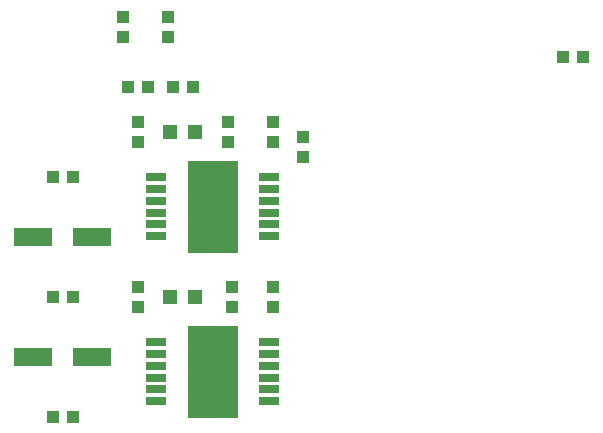
<source format=gbr>
G04 EAGLE Gerber RS-274X export*
G75*
%MOMM*%
%FSLAX34Y34*%
%LPD*%
%INSolderpaste Top*%
%IPPOS*%
%AMOC8*
5,1,8,0,0,1.08239X$1,22.5*%
G01*
%ADD10R,1.000000X1.100000*%
%ADD11R,3.200000X1.600000*%
%ADD12R,1.100000X1.000000*%
%ADD13R,1.750000X0.650000*%
%ADD14R,4.300000X7.900000*%
%ADD15R,1.200000X1.200000*%


D10*
X101600Y867800D03*
X101600Y884800D03*
X114300Y639200D03*
X114300Y656200D03*
X114300Y778900D03*
X114300Y795900D03*
X228600Y778900D03*
X228600Y795900D03*
D11*
X25800Y596900D03*
X75800Y596900D03*
D12*
X105800Y825500D03*
X122800Y825500D03*
D11*
X25800Y698500D03*
X75800Y698500D03*
D12*
X42300Y749300D03*
X59300Y749300D03*
X42300Y647700D03*
X59300Y647700D03*
D10*
X254000Y766200D03*
X254000Y783200D03*
D12*
X59300Y546100D03*
X42300Y546100D03*
D10*
X228600Y656200D03*
X228600Y639200D03*
D13*
X129800Y748900D03*
X129800Y738900D03*
X129800Y728900D03*
X129800Y718900D03*
X129800Y708900D03*
X129800Y698900D03*
X225800Y698900D03*
X225800Y708900D03*
X225800Y718900D03*
X225800Y728900D03*
X225800Y738900D03*
X225800Y748900D03*
D14*
X177800Y723900D03*
D13*
X129800Y609200D03*
X129800Y599200D03*
X129800Y589200D03*
X129800Y579200D03*
X129800Y569200D03*
X129800Y559200D03*
X225800Y559200D03*
X225800Y569200D03*
X225800Y579200D03*
X225800Y589200D03*
X225800Y599200D03*
X225800Y609200D03*
D14*
X177800Y584200D03*
D15*
X141900Y787400D03*
X162900Y787400D03*
X141900Y647700D03*
X162900Y647700D03*
D12*
X139700Y884800D03*
X139700Y867800D03*
D10*
X143900Y825500D03*
X160900Y825500D03*
D12*
X190500Y778900D03*
X190500Y795900D03*
D10*
X474100Y850900D03*
X491100Y850900D03*
D12*
X194437Y639073D03*
X194437Y656073D03*
M02*

</source>
